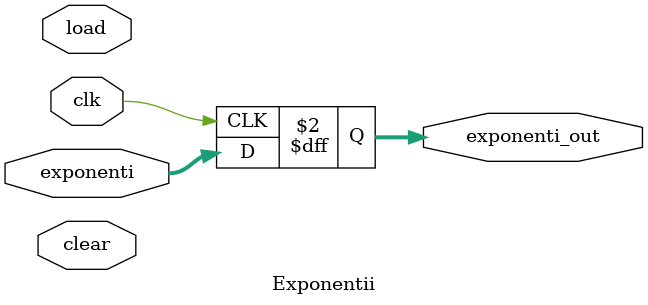
<source format=v>
`timescale 1ns / 1ps


module Exponentii(clear, load, clk, exponenti, exponenti_out);
    input clear, load, clk;
    input wire [9:0] exponenti;
    output reg [9:0] exponenti_out;
    
    always @(posedge clk)
        begin
//            if(clear)
//                exponenti_out <= 0;
//            else
//                if(load)
                    exponenti_out <= exponenti;
        end
endmodule

</source>
